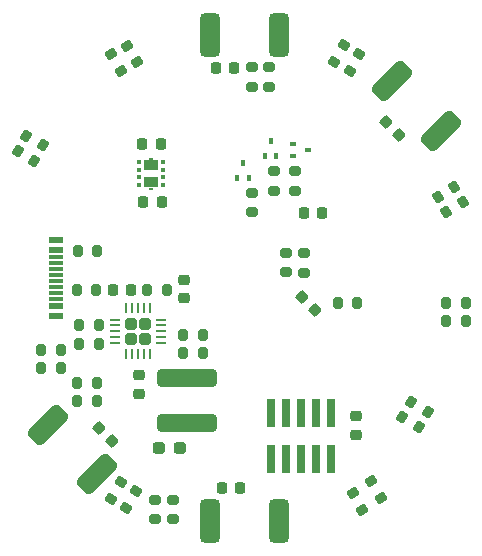
<source format=gbr>
%TF.GenerationSoftware,KiCad,Pcbnew,7.0.5*%
%TF.CreationDate,2023-10-07T14:02:05+02:00*%
%TF.ProjectId,ClockRev5,436c6f63-6b52-4657-9635-2e6b69636164,rev?*%
%TF.SameCoordinates,Original*%
%TF.FileFunction,Paste,Bot*%
%TF.FilePolarity,Positive*%
%FSLAX46Y46*%
G04 Gerber Fmt 4.6, Leading zero omitted, Abs format (unit mm)*
G04 Created by KiCad (PCBNEW 7.0.5) date 2023-10-07 14:02:05*
%MOMM*%
%LPD*%
G01*
G04 APERTURE LIST*
G04 Aperture macros list*
%AMRoundRect*
0 Rectangle with rounded corners*
0 $1 Rounding radius*
0 $2 $3 $4 $5 $6 $7 $8 $9 X,Y pos of 4 corners*
0 Add a 4 corners polygon primitive as box body*
4,1,4,$2,$3,$4,$5,$6,$7,$8,$9,$2,$3,0*
0 Add four circle primitives for the rounded corners*
1,1,$1+$1,$2,$3*
1,1,$1+$1,$4,$5*
1,1,$1+$1,$6,$7*
1,1,$1+$1,$8,$9*
0 Add four rect primitives between the rounded corners*
20,1,$1+$1,$2,$3,$4,$5,0*
20,1,$1+$1,$4,$5,$6,$7,0*
20,1,$1+$1,$6,$7,$8,$9,0*
20,1,$1+$1,$8,$9,$2,$3,0*%
G04 Aperture macros list end*
%ADD10RoundRect,0.225000X0.335876X0.017678X0.017678X0.335876X-0.335876X-0.017678X-0.017678X-0.335876X0*%
%ADD11RoundRect,0.200000X0.138157X-0.310705X0.338157X0.035705X-0.138157X0.310705X-0.338157X-0.035705X0*%
%ADD12RoundRect,0.425000X-0.425000X-1.425000X0.425000X-1.425000X0.425000X1.425000X-0.425000X1.425000X0*%
%ADD13RoundRect,0.200000X0.310705X0.138157X-0.035705X0.338157X-0.310705X-0.138157X0.035705X-0.338157X0*%
%ADD14RoundRect,0.225000X-0.335876X-0.017678X-0.017678X-0.335876X0.335876X0.017678X0.017678X0.335876X0*%
%ADD15R,1.160000X0.600000*%
%ADD16R,1.160000X0.300000*%
%ADD17RoundRect,0.200000X-0.138157X0.310705X-0.338157X-0.035705X0.138157X-0.310705X0.338157X0.035705X0*%
%ADD18RoundRect,0.225000X0.225000X0.250000X-0.225000X0.250000X-0.225000X-0.250000X0.225000X-0.250000X0*%
%ADD19RoundRect,0.200000X-0.200000X-0.275000X0.200000X-0.275000X0.200000X0.275000X-0.200000X0.275000X0*%
%ADD20RoundRect,0.225000X-0.250000X0.225000X-0.250000X-0.225000X0.250000X-0.225000X0.250000X0.225000X0*%
%ADD21RoundRect,0.200000X0.338157X-0.035705X0.138157X0.310705X-0.338157X0.035705X-0.138157X-0.310705X0*%
%ADD22RoundRect,0.225000X-0.225000X-0.250000X0.225000X-0.250000X0.225000X0.250000X-0.225000X0.250000X0*%
%ADD23RoundRect,0.200000X0.200000X0.275000X-0.200000X0.275000X-0.200000X-0.275000X0.200000X-0.275000X0*%
%ADD24RoundRect,0.200000X0.275000X-0.200000X0.275000X0.200000X-0.275000X0.200000X-0.275000X-0.200000X0*%
%ADD25RoundRect,0.200000X-0.275000X0.200000X-0.275000X-0.200000X0.275000X-0.200000X0.275000X0.200000X0*%
%ADD26RoundRect,0.225000X0.250000X-0.225000X0.250000X0.225000X-0.250000X0.225000X-0.250000X-0.225000X0*%
%ADD27R,0.740000X2.400000*%
%ADD28RoundRect,0.381000X2.159000X0.381000X-2.159000X0.381000X-2.159000X-0.381000X2.159000X-0.381000X0*%
%ADD29RoundRect,0.250000X0.255000X0.255000X-0.255000X0.255000X-0.255000X-0.255000X0.255000X-0.255000X0*%
%ADD30RoundRect,0.062500X0.350000X0.062500X-0.350000X0.062500X-0.350000X-0.062500X0.350000X-0.062500X0*%
%ADD31RoundRect,0.062500X0.062500X0.350000X-0.062500X0.350000X-0.062500X-0.350000X0.062500X-0.350000X0*%
%ADD32RoundRect,0.200000X-0.310705X-0.138157X0.035705X-0.338157X0.310705X0.138157X-0.035705X0.338157X0*%
%ADD33RoundRect,0.425000X0.425000X1.425000X-0.425000X1.425000X-0.425000X-1.425000X0.425000X-1.425000X0*%
%ADD34R,0.510000X0.400000*%
%ADD35R,0.400000X0.510000*%
%ADD36RoundRect,0.200000X-0.338157X0.035705X-0.138157X-0.310705X0.338157X-0.035705X0.138157X0.310705X0*%
%ADD37RoundRect,0.425000X-1.308148X-0.707107X-0.707107X-1.308148X1.308148X0.707107X0.707107X1.308148X0*%
%ADD38RoundRect,0.200000X0.035705X0.338157X-0.310705X0.138157X-0.035705X-0.338157X0.310705X-0.138157X0*%
%ADD39RoundRect,0.425000X1.308148X0.707107X0.707107X1.308148X-1.308148X-0.707107X-0.707107X-1.308148X0*%
%ADD40RoundRect,0.237500X-0.287500X-0.237500X0.287500X-0.237500X0.287500X0.237500X-0.287500X0.237500X0*%
%ADD41R,0.400000X0.450000*%
%ADD42R,0.400000X0.350000*%
%ADD43R,1.250000X0.900000*%
%ADD44R,0.350000X0.250000*%
G04 APERTURE END LIST*
D10*
%TO.C,C2*%
X113043863Y-87903661D03*
X111947847Y-86807645D03*
%TD*%
D11*
%TO.C,R40*%
X89986538Y-119464471D03*
X90811538Y-118035529D03*
%TD*%
D12*
%TO.C,SW1*%
X97050000Y-79425000D03*
X102950000Y-79425000D03*
%TD*%
D13*
%TO.C,R29*%
X114764471Y-112612500D03*
X113335529Y-111787500D03*
%TD*%
D14*
%TO.C,C17*%
X104901992Y-101601992D03*
X105998008Y-102698008D03*
%TD*%
D15*
%TO.C,J1*%
X84010000Y-103200000D03*
X84010000Y-102400000D03*
D16*
X84010000Y-101250000D03*
X84010000Y-100250000D03*
X84010000Y-99750000D03*
X84010000Y-98750000D03*
D15*
X84010000Y-97600000D03*
X84010000Y-96800000D03*
X84010000Y-96800000D03*
X84010000Y-97600000D03*
D16*
X84010000Y-98250000D03*
X84010000Y-99250000D03*
X84010000Y-100750000D03*
X84010000Y-101750000D03*
D15*
X84010000Y-102400000D03*
X84010000Y-103200000D03*
%TD*%
D17*
%TO.C,R17*%
X109711538Y-81035529D03*
X108886538Y-82464471D03*
%TD*%
D18*
%TO.C,C10*%
X106550000Y-94500000D03*
X105000000Y-94500000D03*
%TD*%
D19*
%TO.C,R49*%
X82775000Y-106100000D03*
X84425000Y-106100000D03*
%TD*%
D20*
%TO.C,C14*%
X91100000Y-108250000D03*
X91100000Y-109800000D03*
%TD*%
D21*
%TO.C,R32*%
X111562500Y-118614471D03*
X110737500Y-117185529D03*
%TD*%
D22*
%TO.C,C12*%
X88825000Y-101000000D03*
X90375000Y-101000000D03*
%TD*%
D23*
%TO.C,R25*%
X118725000Y-103650000D03*
X117075000Y-103650000D03*
%TD*%
D11*
%TO.C,R41*%
X88687500Y-118714471D03*
X89512500Y-117285529D03*
%TD*%
D19*
%TO.C,R44*%
X85848996Y-110435548D03*
X87498996Y-110435548D03*
%TD*%
D24*
%TO.C,R5*%
X104300000Y-92625000D03*
X104300000Y-90975000D03*
%TD*%
%TO.C,R37*%
X92400000Y-120425000D03*
X92400000Y-118775000D03*
%TD*%
D25*
%TO.C,R60*%
X100600000Y-82150000D03*
X100600000Y-83800000D03*
%TD*%
D26*
%TO.C,C9*%
X94900000Y-101700000D03*
X94900000Y-100150000D03*
%TD*%
%TO.C,C15*%
X109400000Y-113275000D03*
X109400000Y-111725000D03*
%TD*%
D22*
%TO.C,C13*%
X91425000Y-93600000D03*
X92975000Y-93600000D03*
%TD*%
D21*
%TO.C,R33*%
X109973270Y-119674208D03*
X109148270Y-118245266D03*
%TD*%
D19*
%TO.C,TH1*%
X94825000Y-106400000D03*
X96475000Y-106400000D03*
%TD*%
D23*
%TO.C,R2*%
X87525000Y-97700000D03*
X85875000Y-97700000D03*
%TD*%
D27*
%TO.C,J2*%
X107340000Y-115350000D03*
X107340000Y-111450000D03*
X106070000Y-115350000D03*
X106070000Y-111450000D03*
X104800000Y-115350000D03*
X104800000Y-111450000D03*
X103530000Y-115350000D03*
X103530000Y-111450000D03*
X102260000Y-115350000D03*
X102260000Y-111450000D03*
%TD*%
D28*
%TO.C,BT1*%
X95100000Y-108507500D03*
X95100000Y-112317500D03*
%TD*%
D13*
%TO.C,R28*%
X115514471Y-111313462D03*
X114085529Y-110488462D03*
%TD*%
D29*
%TO.C,U3*%
X91600000Y-105150000D03*
X91600000Y-103900000D03*
X90350000Y-105150000D03*
X90350000Y-103900000D03*
D30*
X92912500Y-103525000D03*
X92912500Y-104025000D03*
X92912500Y-104525000D03*
X92912500Y-105025000D03*
X92912500Y-105525000D03*
D31*
X91975000Y-106462500D03*
X91475000Y-106462500D03*
X90975000Y-106462500D03*
X90475000Y-106462500D03*
X89975000Y-106462500D03*
D30*
X89037500Y-105525000D03*
X89037500Y-105025000D03*
X89037500Y-104525000D03*
X89037500Y-104025000D03*
X89037500Y-103525000D03*
D31*
X89975000Y-102587500D03*
X90475000Y-102587500D03*
X90975000Y-102587500D03*
X91475000Y-102587500D03*
X91975000Y-102587500D03*
%TD*%
D32*
%TO.C,R53*%
X81525791Y-87948270D03*
X82954733Y-88773270D03*
%TD*%
D19*
%TO.C,R10*%
X86000000Y-104000000D03*
X87650000Y-104000000D03*
%TD*%
D33*
%TO.C,SW3*%
X102950000Y-120575000D03*
X97050000Y-120575000D03*
%TD*%
D34*
%TO.C,Q1*%
X104110000Y-89700000D03*
X104110000Y-88700000D03*
X105400000Y-89200000D03*
%TD*%
D18*
%TO.C,C11*%
X92900000Y-88700000D03*
X91350000Y-88700000D03*
%TD*%
D24*
%TO.C,R4*%
X105000000Y-99550000D03*
X105000000Y-97900000D03*
%TD*%
D22*
%TO.C,C3*%
X98075000Y-117800000D03*
X99625000Y-117800000D03*
%TD*%
D35*
%TO.C,Q3*%
X102700000Y-89700000D03*
X101700000Y-89700000D03*
X102200000Y-88410000D03*
%TD*%
D36*
%TO.C,R57*%
X90026730Y-80325791D03*
X90851730Y-81754733D03*
%TD*%
D35*
%TO.C,Q2*%
X100400000Y-91545000D03*
X99400000Y-91545000D03*
X99900000Y-90255000D03*
%TD*%
D23*
%TO.C,R1*%
X87425000Y-101000000D03*
X85775000Y-101000000D03*
%TD*%
D14*
%TO.C,C4*%
X87651992Y-112726992D03*
X88748008Y-113823008D03*
%TD*%
D25*
%TO.C,R61*%
X102100000Y-82150000D03*
X102100000Y-83800000D03*
%TD*%
D36*
%TO.C,R56*%
X88727693Y-81075791D03*
X89552693Y-82504733D03*
%TD*%
D24*
%TO.C,R36*%
X93899999Y-120425001D03*
X93899999Y-118775001D03*
%TD*%
%TO.C,R3*%
X103500000Y-99525000D03*
X103500000Y-97875000D03*
%TD*%
D18*
%TO.C,C1*%
X99100000Y-82225000D03*
X97550000Y-82225000D03*
%TD*%
D37*
%TO.C,SW2*%
X112464035Y-83364035D03*
X116635965Y-87535965D03*
%TD*%
D19*
%TO.C,R11*%
X86000000Y-105600000D03*
X87650000Y-105600000D03*
%TD*%
D17*
%TO.C,R16*%
X108412500Y-80285529D03*
X107587500Y-81714471D03*
%TD*%
D38*
%TO.C,R20*%
X117764471Y-92288463D03*
X116335529Y-93113463D03*
%TD*%
%TO.C,R21*%
X118514471Y-93587500D03*
X117085529Y-94412500D03*
%TD*%
D19*
%TO.C,R48*%
X82775000Y-107599999D03*
X84425000Y-107599999D03*
%TD*%
%TO.C,R45*%
X85848996Y-108935549D03*
X87498996Y-108935549D03*
%TD*%
D23*
%TO.C,R8*%
X93425000Y-101000000D03*
X91775000Y-101000000D03*
%TD*%
D19*
%TO.C,R65*%
X107900000Y-102100000D03*
X109550000Y-102100000D03*
%TD*%
D24*
%TO.C,R6*%
X100600000Y-94425000D03*
X100600000Y-92775000D03*
%TD*%
D23*
%TO.C,R24*%
X118725000Y-102150000D03*
X117075000Y-102150000D03*
%TD*%
%TO.C,R9*%
X96475000Y-104800000D03*
X94825000Y-104800000D03*
%TD*%
D32*
%TO.C,R52*%
X80775791Y-89247308D03*
X82204733Y-90072308D03*
%TD*%
D24*
%TO.C,R7*%
X102500000Y-92625000D03*
X102500000Y-90975000D03*
%TD*%
D39*
%TO.C,SW4*%
X87535965Y-116635965D03*
X83364035Y-112464035D03*
%TD*%
D40*
%TO.C,F1*%
X92775000Y-114400000D03*
X94525000Y-114400000D03*
%TD*%
D41*
%TO.C,U4*%
X91050000Y-92100000D03*
D42*
X91050000Y-91500000D03*
X91050000Y-90850000D03*
X91050000Y-90200000D03*
X93100000Y-90200000D03*
X93100000Y-90850000D03*
X93100000Y-91500000D03*
X93100000Y-92150000D03*
D43*
X92075000Y-91875000D03*
X92075000Y-90475000D03*
D44*
X92075000Y-92450000D03*
X92075000Y-89900000D03*
%TD*%
M02*

</source>
